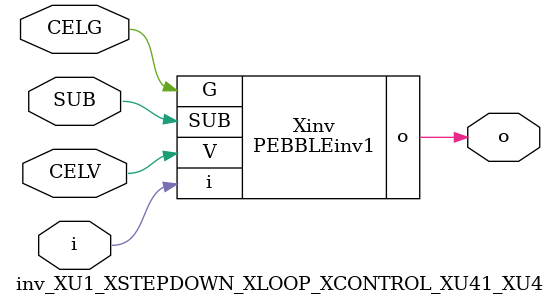
<source format=v>



module PEBBLEinv1 ( o, G, SUB, V, i );

  input V;
  input i;
  input G;
  output o;
  input SUB;
endmodule

//Celera Confidential Do Not Copy inv_XU1_XSTEPDOWN_XLOOP_XCONTROL_XU41_XU4
//Celera Confidential Symbol Generator
//5V Inverter
module inv_XU1_XSTEPDOWN_XLOOP_XCONTROL_XU41_XU4 (CELV,CELG,i,o,SUB);
input CELV;
input CELG;
input i;
input SUB;
output o;

//Celera Confidential Do Not Copy inv
PEBBLEinv1 Xinv(
.V (CELV),
.i (i),
.o (o),
.SUB (SUB),
.G (CELG)
);
//,diesize,PEBBLEinv1

//Celera Confidential Do Not Copy Module End
//Celera Schematic Generator
endmodule

</source>
